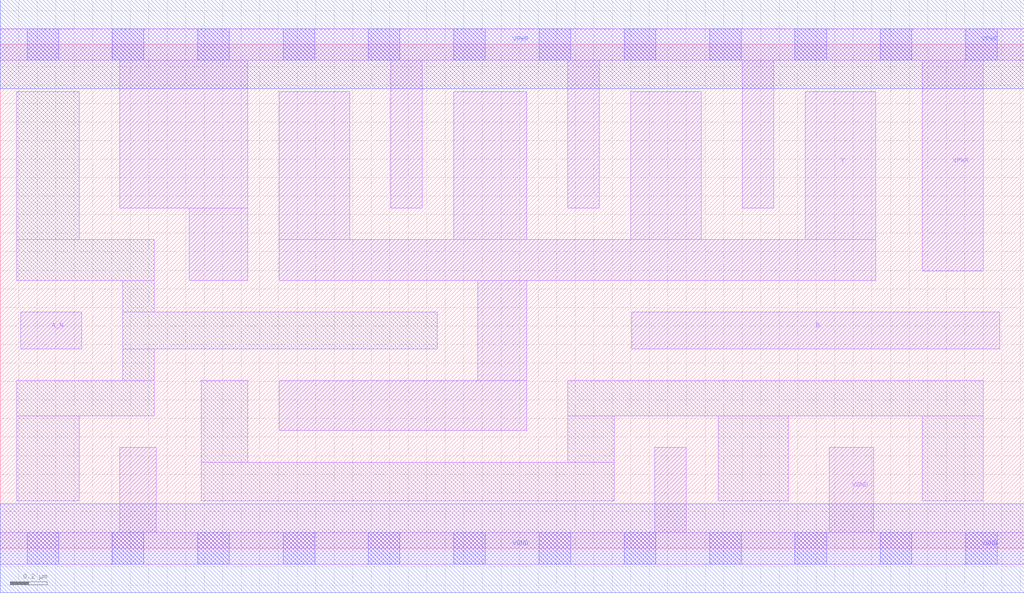
<source format=lef>
# Copyright 2020 The SkyWater PDK Authors
#
# Licensed under the Apache License, Version 2.0 (the "License");
# you may not use this file except in compliance with the License.
# You may obtain a copy of the License at
#
#     https://www.apache.org/licenses/LICENSE-2.0
#
# Unless required by applicable law or agreed to in writing, software
# distributed under the License is distributed on an "AS IS" BASIS,
# WITHOUT WARRANTIES OR CONDITIONS OF ANY KIND, either express or implied.
# See the License for the specific language governing permissions and
# limitations under the License.
#
# SPDX-License-Identifier: Apache-2.0

VERSION 5.7 ;
  NAMESCASESENSITIVE ON ;
  NOWIREEXTENSIONATPIN ON ;
  DIVIDERCHAR "/" ;
  BUSBITCHARS "[]" ;
UNITS
  DATABASE MICRONS 200 ;
END UNITS
PROPERTYDEFINITIONS
  MACRO maskLayoutSubType STRING ;
  MACRO prCellType STRING ;
  MACRO originalViewName STRING ;
END PROPERTYDEFINITIONS
MACRO sky130_fd_sc_hdll__nand2b_4
  CLASS CORE ;
  FOREIGN sky130_fd_sc_hdll__nand2b_4 ;
  ORIGIN  0.000000  0.000000 ;
  SIZE  5.520000 BY  2.720000 ;
  SYMMETRY X Y R90 ;
  SITE unithd ;
  PIN A_N
    ANTENNAGATEAREA  0.277500 ;
    DIRECTION INPUT ;
    USE SIGNAL ;
    PORT
      LAYER li1 ;
        RECT 0.110000 1.075000 0.440000 1.275000 ;
    END
  END A_N
  PIN B
    ANTENNAGATEAREA  1.110000 ;
    DIRECTION INPUT ;
    USE SIGNAL ;
    PORT
      LAYER li1 ;
        RECT 3.405000 1.075000 5.390000 1.275000 ;
    END
  END B
  PIN VGND
    ANTENNADIFFAREA  0.617500 ;
    DIRECTION INOUT ;
    USE SIGNAL ;
    PORT
      LAYER li1 ;
        RECT 0.000000 -0.085000 5.520000 0.085000 ;
        RECT 0.645000  0.085000 0.840000 0.545000 ;
        RECT 3.530000  0.085000 3.700000 0.545000 ;
        RECT 4.470000  0.085000 4.710000 0.545000 ;
      LAYER mcon ;
        RECT 0.145000 -0.085000 0.315000 0.085000 ;
        RECT 0.605000 -0.085000 0.775000 0.085000 ;
        RECT 1.065000 -0.085000 1.235000 0.085000 ;
        RECT 1.525000 -0.085000 1.695000 0.085000 ;
        RECT 1.985000 -0.085000 2.155000 0.085000 ;
        RECT 2.445000 -0.085000 2.615000 0.085000 ;
        RECT 2.905000 -0.085000 3.075000 0.085000 ;
        RECT 3.365000 -0.085000 3.535000 0.085000 ;
        RECT 3.825000 -0.085000 3.995000 0.085000 ;
        RECT 4.285000 -0.085000 4.455000 0.085000 ;
        RECT 4.745000 -0.085000 4.915000 0.085000 ;
        RECT 5.205000 -0.085000 5.375000 0.085000 ;
      LAYER met1 ;
        RECT 0.000000 -0.240000 5.520000 0.240000 ;
    END
  END VGND
  PIN VPWR
    ANTENNADIFFAREA  1.825000 ;
    DIRECTION INOUT ;
    USE SIGNAL ;
    PORT
      LAYER li1 ;
        RECT 0.000000 2.635000 5.520000 2.805000 ;
        RECT 0.645000 1.835000 1.335000 2.635000 ;
        RECT 1.020000 1.445000 1.335000 1.835000 ;
        RECT 2.105000 1.835000 2.275000 2.635000 ;
        RECT 3.060000 1.835000 3.230000 2.635000 ;
        RECT 4.000000 1.835000 4.170000 2.635000 ;
        RECT 4.970000 1.495000 5.300000 2.635000 ;
      LAYER mcon ;
        RECT 0.145000 2.635000 0.315000 2.805000 ;
        RECT 0.605000 2.635000 0.775000 2.805000 ;
        RECT 1.065000 2.635000 1.235000 2.805000 ;
        RECT 1.525000 2.635000 1.695000 2.805000 ;
        RECT 1.985000 2.635000 2.155000 2.805000 ;
        RECT 2.445000 2.635000 2.615000 2.805000 ;
        RECT 2.905000 2.635000 3.075000 2.805000 ;
        RECT 3.365000 2.635000 3.535000 2.805000 ;
        RECT 3.825000 2.635000 3.995000 2.805000 ;
        RECT 4.285000 2.635000 4.455000 2.805000 ;
        RECT 4.745000 2.635000 4.915000 2.805000 ;
        RECT 5.205000 2.635000 5.375000 2.805000 ;
      LAYER met1 ;
        RECT 0.000000 2.480000 5.520000 2.960000 ;
    END
  END VPWR
  PIN Y
    ANTENNADIFFAREA  1.576000 ;
    DIRECTION OUTPUT ;
    USE SIGNAL ;
    PORT
      LAYER li1 ;
        RECT 1.505000 0.635000 2.840000 0.905000 ;
        RECT 1.505000 1.445000 4.720000 1.665000 ;
        RECT 1.505000 1.665000 1.885000 2.465000 ;
        RECT 2.445000 1.665000 2.840000 2.465000 ;
        RECT 2.575000 0.905000 2.840000 1.445000 ;
        RECT 3.400000 1.665000 3.780000 2.465000 ;
        RECT 4.340000 1.665000 4.720000 2.465000 ;
    END
  END Y
  OBS
    LAYER li1 ;
      RECT 0.090000 0.255000 0.425000 0.715000 ;
      RECT 0.090000 0.715000 0.830000 0.905000 ;
      RECT 0.090000 1.445000 0.830000 1.665000 ;
      RECT 0.090000 1.665000 0.425000 2.465000 ;
      RECT 0.660000 0.905000 0.830000 1.075000 ;
      RECT 0.660000 1.075000 2.355000 1.275000 ;
      RECT 0.660000 1.275000 0.830000 1.445000 ;
      RECT 1.085000 0.255000 3.310000 0.465000 ;
      RECT 1.085000 0.465000 1.335000 0.905000 ;
      RECT 3.060000 0.465000 3.310000 0.715000 ;
      RECT 3.060000 0.715000 5.300000 0.905000 ;
      RECT 3.870000 0.255000 4.250000 0.715000 ;
      RECT 4.970000 0.255000 5.300000 0.715000 ;
  END
  PROPERTY maskLayoutSubType "abstract" ;
  PROPERTY prCellType "standard" ;
  PROPERTY originalViewName "layout" ;
END sky130_fd_sc_hdll__nand2b_4

</source>
